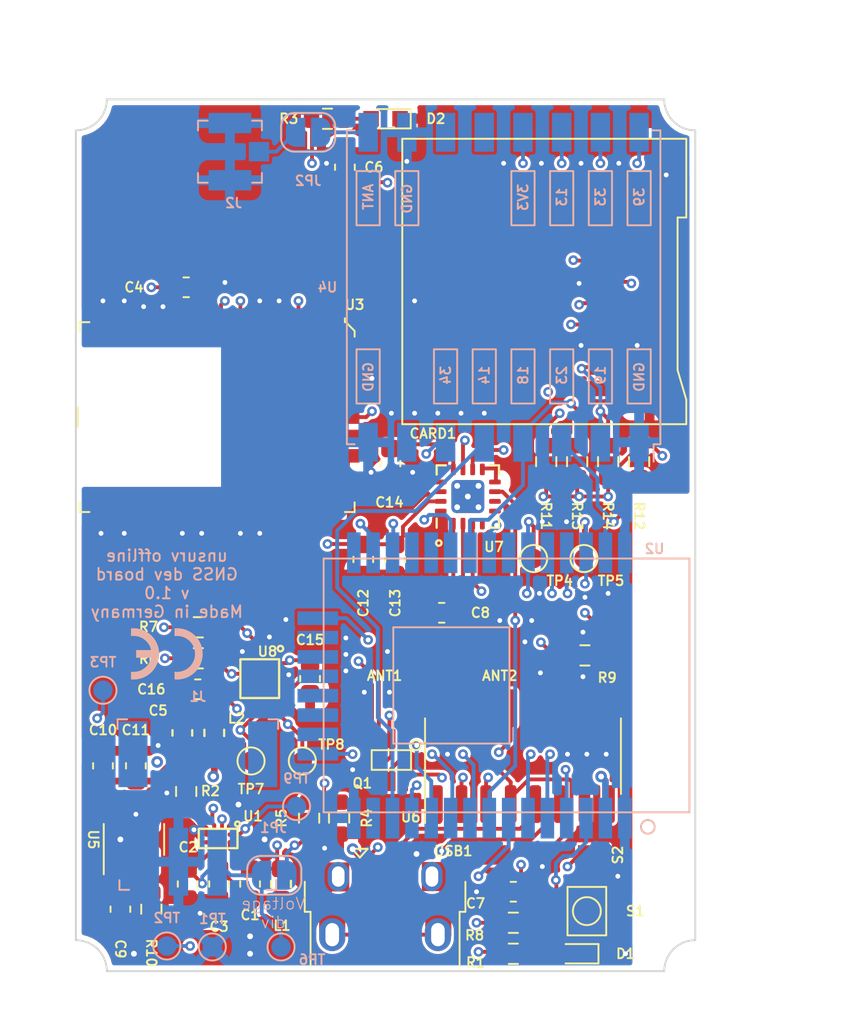
<source format=kicad_pcb>
(kicad_pcb (version 20240108) (generator "pcbnew") (generator_version "8.0")
  (layers (0 "F.Cu" power) (1 "In1.Cu" mixed "SIG_PWR1") (2 "In2.Cu" mixed "SIG_PWR2") (31 "B.Cu" power) (34 "B.Paste" user) (35 "F.Paste" user) (36 "B.SilkS" user "B.Silkscreen") (37 "F.SilkS" user "F.Silkscreen") (38 "B.Mask" user) (39 "F.Mask" user) (44 "Edge.Cuts" user))
  (net 0 "")
  (net 1 "ANT1")
  (net 2 "ANT2")
  (net 3 "+BATT")
  (net 4 "GND")
  (net 5 "+5V")
  (net 6 "RESET")
  (net 7 "+3V3")
  (net 8 "Net-(U7-VCORE)")
  (net 9 "4")
  (net 10 "23")
  (net 11 "18")
  (net 12 "19")
  (net 14 "D-")
  (net 15 "D+")
  (net 16 "RTS")
  (net 17 "DTR")
  (net 18 "0")
  (net 20 "35")
  (net 21 "SDA")
  (net 22 "SCL")
  (net 23 "27")
  (net 25 "ACC_INT1")
  (net 26 "ACC_INT2")
  (net 27 "Net-(D1-A)")
  (net 28 "13")
  (net 29 "15")
  (net 30 "5")
  (net 31 "RX0")
  (net 32 "TX0")
  (net 33 "Net-(D2-A)")
  (net 34 "Net-(JP2-B)")
  (net 35 "Net-(JP1-B)")
  (net 36 "Net-(U1-TS{slash}MR)")
  (net 37 "Net-(U3-TIMEPULSE)")
  (net 38 "Net-(U5-EN)")
  (net 39 "Net-(U6-V3)")
  (net 54 "Net-(U3-RF_IN)")
  (net 72 "39")
  (net 75 "ANT")
  (net 76 "34")
  (net 77 "14")
  (net 78 "33")
  (net 79 "32")
  (net 80 "VCC")
  (net 81 "36")
  (net 84 "+3.3V")
  (net 88 "unconnected-(USB1-Shield-Pad6)")
  (footprint "unsurv_offline_pcb_footprints:PogoPin_2_2mm_circular" (layer "F.Cu") (at 34 45.5)
    (property "Reference" "ANT1")
    (property "Value" "ANT1")
  )
  (footprint "unsurv_offline_pcb_footprints:PogoPin_2_2mm_circular" (layer "F.Cu") (at 37 45.5)
    (property "Reference" "ANT2")
    (property "Value" "ANT2")
  )
  (footprint "Capacitor_SMD:C_0603_1608Metric" (layer "F.Cu") (at 20.3 61.8 90)
    (property "Reference" "C9")
    (property "Value" "1µF")
  )
  (footprint "Capacitor_SMD:C_0603_1608Metric" (layer "F.Cu") (at 40.6 60.9 180)
    (property "Reference" "C7")
    (property "Value" "100nF")
  )
  (footprint "Capacitor_SMD:C_0603_1608Metric" (layer "F.Cu") (at 19.4 54.4 -90)
    (property "Reference" "C10")
    (property "Value" "1µF")
  )
  (footprint "Capacitor_SMD:C_0603_1608Metric" (layer "F.Cu") (at 21.1 54.4 -90)
    (property "Reference" "C11")
    (property "Value" "10µF")
  )
  (footprint "Capacitor_SMD:C_0603_1608Metric" (layer "F.Cu") (at 30.1 49.9 -90)
    (property "Reference" "C15")
    (property "Value" "100nF")
  )
  (footprint "Capacitor_SMD:C_0603_1608Metric" (layer "F.Cu") (at 36.9 46.5)
    (property "Reference" "C8")
    (property "Value" "10pF")
  )
  (footprint "Capacitor_SMD:C_0603_1608Metric" (layer "F.Cu") (at 23.7 29.7 180)
    (property "Reference" "C4")
    (property "Value" "4.7µF")
  )
  (footprint "digikey-footprints:LED_0603" (layer "F.Cu") (at 43.7 64.1 180)
    (property "Reference" "D1")
    (property "Value" "LED1")
  )
  (footprint "digikey-footprints:LED_0603" (layer "F.Cu") (at 34 21 180)
    (property "Reference" "D2")
    (property "Value" "LED2")
  )
  (footprint "Connector_USB:USB_Micro-B_Amphenol_10103594-0001LF_Horizontal" (layer "F.Cu") (at 34 62)
    (property "Reference" "USB1")
    (property "Value" "USB_B_Micro")
  )
  (footprint "unsurv_offline_pcb_footprints:UMH3N" (layer "F.Cu") (at 34.3 54.1 180)
    (property "Reference" "Q1")
    (property "Value" "UMH3N")
  )
  (footprint "Resistor_SMD:R_0603_1608Metric" (layer "F.Cu") (at 40.6 62.5)
    (property "Reference" "R8")
    (property "Value" "10k")
  )
  (footprint "Resistor_SMD:R_0603_1608Metric" (layer "F.Cu") (at 42.3 38.7 90)
    (property "Reference" "R11")
    (property "Value" "10k")
  )
  (footprint "Resistor_SMD:R_0603_1608Metric" (layer "F.Cu") (at 21.9 61.8 -90)
    (property "Reference" "R10")
    (property "Value" "100k")
  )
  (footprint "Resistor_SMD:R_0603_1608Metric" (layer "F.Cu") (at 47.1 38.7 -90)
    (property "Reference" "R12")
    (property "Value" "10k")
  )
  (footprint "Resistor_SMD:R_0603_1608Metric" (layer "F.Cu") (at 43.9 38.7 90)
    (property "Reference" "R13")
    (property "Value" "10k")
  )
  (footprint "Resistor_SMD:R_0603_1608Metric" (layer "F.Cu") (at 45.5 38.7 90)
    (property "Reference" "R14")
    (property "Value" "10k")
  )
  (footprint "Resistor_SMD:R_0603_1608Metric" (layer "F.Cu") (at 24.325 48.85)
    (property "Reference" "R6")
    (property "Value" "4.7k")
  )
  (footprint "Resistor_SMD:R_0603_1608Metric" (layer "F.Cu") (at 24.325 47.25)
    (property "Reference" "R7")
    (property "Value" "4.7k")
  )
  (footprint "Resistor_SMD:R_0603_1608Metric" (layer "F.Cu") (at 40.6 64.1)
    (property "Reference" "R1")
    (property "Value" "1k")
  )
  (footprint "Resistor_SMD:R_0603_1608Metric" (layer "F.Cu") (at 31 21)
    (property "Reference" "R3")
    (property "Value" "1k")
  )
  (footprint "Package_TO_SOT_SMD:SOT-23-5" (layer "F.Cu") (at 21 58.2 90)
    (property "Reference" "U5")
    (property "Value" "AP2112K-3.3")
  )
  (footprint "digikey-footprints:GPS_Module_CAM-M8C-0" (layer "F.Cu") (at 25.5 36.4 -90)
    (property "Reference" "U3")
    (property "Value" "CAM-M8C")
  )
  (footprint "Package_SO:SOIC-16_3.9x9.9mm_P1.27mm" (layer "F.Cu") (at 41.1 53.9 90)
    (property "Reference" "U6")
    (property "Value" "CH340G")
  )
  (footprint "Capacitor_SMD:C_0603_1608Metric" (layer "F.Cu") (at 32.85 43.75 -90)
    (property "Reference" "C12")
    (property "Value" "0.1µF")
  )
  (footprint "Capacitor_SMD:C_0603_1608Metric" (layer "F.Cu") (at 34.5 43.75 -90)
    (property "Reference" "C13")
    (property "Value" "1µF")
  )
  (footprint "Capacitor_SMD:C_0603_1608Metric" (layer "F.Cu") (at 34.25 38.8 -90)
    (property "Reference" "C14")
    (property "Value" "470nF")
  )
  (footprint "unsurv_offline_pcb_footprints:würth_SMT_3.0x2.6mm" (layer "F.Cu") (at 44.4 61.9)
    (property "Reference" "S1")
    (property "Value" "switch_würth_SMT_3.0x2.6mm")
  )
  (footprint "unsurv_offline_pcb_footprints:TF-SMD_TF-101B" (layer "F.Cu") (at 42.737 29.4 90)
    (property "Reference" "CARD1")
    (property "Value" "TF-101B")
  )
  (footprint "unsurv_offline_pcb_footprints:CHS-01TA" (layer "F.Cu") (at 39.66 59 -90)
    (property "Reference" "S2")
    (property "Value" "SW_DIP_x01")
  )
  (footprint "Capacitor_SMD:C_0603_1608Metric" (layer "F.Cu") (at 24.3 50.45 180)
    (property "Reference" "C16")
    (property "Value" "100nF")
  )
  (footprint "Capacitor_SMD:C_0603_1608Metric" (layer "F.Cu") (at 25.4 60.5 -90)
    (property "Reference" "C3")
    (property "Value" "10µF")
  )
  (footprint "TestPoint:TestPoint_Pad_D1.0mm" (layer "F.Cu") (at 29.7 54.15)
    (property "Reference" "TP8")
    (property "Value" "ACC2")
  )
  (footprint "Capacitor_SMD:C_0603_1608Metric" (layer "F.Cu") (at 23.776334 60.5 90)
    (property "Reference" "C2")
    (property "Value" "1µF")
  )
  (footprint "Resistor_SMD:R_0603_1608Metric" (layer "F.Cu") (at 44.3 48.7)
    (property "Reference" "R9")
    (property "Value" "10k")
  )
  (footprint "Resistor_SMD:R_0603_1608Metric" (layer "F.Cu") (at 31.6 57.1 -90)
    (property "Reference" "R4")
    (property "Value" "100k")
  )
  (footprint "Inductor_SMD:L_0603_1608Metric" (layer "F.Cu") (at 25.15 52.7 90)
    (property "Reference" "L2")
    (property "Value" "L_Ferrite")
  )
  (footprint "unsurv_offline_pcb_footprints:BMA400_regular" (layer "F.Cu") (at 27.5 49.9 -90)
    (property "Reference" "U8")
    (property "Value" "BMA400")
  )
  (footprint "TestPoint:TestPoint_Pad_D1.0mm" (layer "F.Cu") (at 27.05 54.15)
    (property "Reference" "TP7")
    (property "Value" "ACC1")
  )
  (footprint "Capacitor_SMD:C_0603_1608Metric" (layer "F.Cu") (at 31.9 23.5 -90)
    (property "Reference" "C6")
    (property "Value" "4.7µF")
  )
  (footprint "unsurv:BQ25180" (layer "F.Cu") (at 25.35 58.15 -90)
    (property "Reference" "U1")
    (property "Value" "BQ25180")
  )
  (footprint "Resistor_SMD:R_0603_1608Metric" (layer "F.Cu") (at 23.7 55.725 90)
    (property "Reference" "R2")
    (property "Value" "10k")
  )
  (footprint "Capacitor_SMD:C_0603_1608Metric" (layer "F.Cu") (at 27 60.5 90)
    (property "Reference" "C1")
    (property "Value" "1µF")
  )
  (footprint "unsurv_offline_pcb_footprints:RF430_3x3mm_regular" (layer "F.Cu") (at 38.25 40.5 90)
    (property "Reference" "U7")
    (property "Value" "RF430CL330HIRGTR‎")
  )
  (footprint "Inductor_SMD:L_0603_1608Metric" (layer "F.Cu") (at 28.6 60.5 -90)
    (property "Reference" "L1")
    (property "Value" "L_Ferrite")
  )
  (footprint "Capacitor_SMD:C_0603_1608Metric" (layer "F.Cu") (at 23.5 52.7 90)
    (property "Reference" "C5")
    (property "Value" "10µF")
  )
  (footprint "Resistor_SMD:R_0603_1608Metric" (layer "F.Cu") (at 30.05 57.1 90)
    (property "Reference" "R5")
    (property "Value" "100k")
  )
  (footprint "TestPoint:TestPoint_Pad_D1.0mm" (layer "F.Cu") (at 41.65 43.7)
    (property "Reference" "TP4")
    (property "Value" "SDA")
  )
  (footprint "TestPoint:TestPoint_Pad_D1.0mm" (layer "F.Cu") (at 44.25 43.7)
    (property "Reference" "TP5")
    (property "Value" "SCL")
  )
  (footprint "unsurv_offline_pcb_footprints:TTGO-Micro32-ESP32" (layer "B.Cu") (at 30.8 56.8 90)
    (property "Reference" "U2")
    (property "Value" "TTGO-Micro32-ESP32")
  )
  (footprint "digikey-footprints:PinHeader_2x1mm_P2mm_SMD_RA" (layer "B.Cu") (at 24.3 59.35 180)
    (property "Reference" "J1")
    (property "Value" "S2B-PH-SM4-TB_LF__SN_")
  )
  (footprint "TestPoint:TestPoint_Pad_D1.0mm" (layer "B.Cu") (at 19.4 50.5 180)
    (property "Reference" "TP3")
    (property "Value" "3V3")
  )
  (footprint "TestPoint:TestPoint_Pad_D1.0mm" (layer "B.Cu") (at 28.6 63.75 180)
    (property "Reference" "TP6")
    (property "Value" "BATT")
  )
  (footprint "Jumper:SolderJumper-2_P1.3mm_Open_RoundedPad1.0x1.5mm" (layer "B.Cu") (at 30 21.7 180)
    (property "Reference" "JP2")
    (property "Value" "SolderJumper_2_Open")
  )
  (footprint "digikey-footprints:Coax_Conn_U.FL" (layer "B.Cu") (at 25.96 22.7 -90)
    (property "Reference" "J2")
    (property "Value" "U_FL-R-SMT-1_10_")
  )
  (footprint "RF_Module:HOPERF_RFM9XW_SMD" (layer "B.Cu") (at 40.1 29.7 90)
    (property "Reference" "U4")
    (property "Value" "RFM95W-868S2")
  )
  (footprint "Jumper:SolderJumper-2_P1.3mm_Open_RoundedPad1.0x1.5mm" (layer "B.Cu") (at 28.25 60.05)
    (property "Reference" "JP1")
    (property "Value" "SolderJumper_2_Open")
  )
  (footprint "TestPoint:TestPoint_Pad_D1.0mm" (layer "B.Cu") (at 29.4 56.5 180)
    (property "Reference" "TP9")
    (property "Value" "TI_BATT_INT")
  )
  (footprint "TestPoint:TestPoint_Pad_D1.0mm" (layer "B.Cu") (at 25.05 63.75 180)
    (property "Reference" "TP1")
    (property "Value" "GND")
  )
  (footprint "TestPoint:TestPoint_Pad_D1.0mm" (layer "B.Cu") (at 22.7 63.7 180)
    (property "Reference" "TP2")
    (property "Value" "5V")
  )
  (gr_rect (start 40.5 23.7) (end 41.7 26.5) (stroke (width 0.1)) (fill none) (layer "B.SilkS"))
  (gr_rect (start 42.5 23.7) (end 43.7 26.5) (stroke (width 0.1)) (fill none) (layer "B.SilkS"))
  (gr_rect (start 38.5 32.9) (end 39.7 35.7) (stroke (width 0.1)) (fill none) (layer "B.SilkS"))
  (gr_rect (start 44.5 32.9) (end 45.7 35.7) (stroke (width 0.1)) (fill none) (layer "B.SilkS"))
  (gr_rect (start 46.5 32.9) (end 47.7 35.7) (stroke (width 0.1)) (fill none) (layer "B.SilkS"))
  (gr_rect (start 32.5 32.9) (end 33.7 35.7) (stroke (width 0.1)) (fill none) (layer "B.SilkS"))
  (gr_rect (start 40.5 32.9) (end 41.7 35.7) (stroke (width 0.1)) (fill none) (layer "B.SilkS"))
  (gr_rect (start 36.5 32.9) (end 37.7 35.7) (stroke (width 0.1)) (fill none) (layer "B.SilkS"))
  (gr_poly (pts (xy 23.2126 49.945625) (xy 23.196038 49.945314) (xy 23.179483 49.944796) (xy 23.162936 49.94407) (xy 23.1464 49.943138) (xy 23.129876 49.941998) (xy 23.113367 49.940651) (xy 23.096874 49.939098) (xy 23.096874 49.542223) (xy 23.113344 49.544087) (xy 23.129842 49.545656) (xy 23.146362 49.546929) (xy 23.162901 49.547907) (xy 23.179454 49.548588) (xy 23.196019 49.548973) (xy 23.212591 49.549062) (xy 23.229165 49.548854) (xy 23.290876 49.546802) (xy 23.351828 49.54071) (xy 23.411855 49.530677) (xy 23.470786 49.516799) (xy 23.528453 49.499173) (xy 23.584688 49.477898) (xy 23.639322 49.453071) (xy 23.692186 49.424788) (xy 23.743112 49.393148) (xy 23.79193 49.358247) (xy 23.838472 49.320184) (xy 23.88257 49.279055) (xy 23.924054 49.234958) (xy 23.962757 49.187991) (xy 23.998509 49.13825) (xy 24.031141 49.085833) (xy 24.060219 49.031364) (xy 24.08542 48.975532) (xy 24.106744 48.918531) (xy 24.12419 48.860556) (xy 24.13776 48.801802) (xy 24.147453 48.742463) (xy 24.153268 48.682735) (xy 24.155207 48.622812) (xy 24.153268 48.562889) (xy 24.147453 48.503161) (xy 24.13776 48.443823) (xy 24.12419 48.385069) (xy 24.106744 48.327094) (xy 24.08542 48.270093) (xy 24.060219 48.21426) (xy 24.031141 48.159791) (xy 24.015225 48.133255) (xy 23.998508 48.107375) (xy 23.981012 48.082164) (xy 23.962757 48.057634) (xy 23.943764 48.033797) (xy 23.924054 48.010666) (xy 23.903649 47.988253) (xy 23.88257 47.966569) (xy 23.860837 47.945628) (xy 23.838472 47.925441) (xy 23.815496 47.90602) (xy 23.79193 47.887377) (xy 23.767795 47.869526) (xy 23.743112 47.852477) (xy 23.717902 47.836243) (xy 23.692186 47.820837) (xy 23.665986 47.80627) (xy 23.639322 47.792554) (xy 23.612216 47.779702) (xy 23.584688 47.767727) (xy 23.556761 47.756639) (xy 23.528453 47.746451) (xy 23.499788 47.737176) (xy 23.470786 47.728826) (xy 23.441468 47.721413) (xy 23.411855 47.714948) (xy 23.381968 47.709445) (xy 23.351829 47.704914) (xy 23.321457 47.70137) (xy 23.290876 47.698823) (xy 23.260105 47.697286) (xy 23.229165 47.696771) (xy 23.212591 47.696563) (xy 23.196019 47.696651) (xy 23.179455 47.697037) (xy 23.162901 47.697718) (xy 23.146362 47.698695) (xy 23.129842 47.699969) (xy 23.113344 47.701538) (xy 23.096874 47.703402) (xy 23.096874 47.306527) (xy 23.113367 47.304974) (xy 23.129876 47.303627) (xy 23.1464 47.302487) (xy 23.162937 47.301555) (xy 23.179483 47.300829) (xy 23.196038 47.300311) (xy 23.2126 47.3) (xy 23.229165 47.299896) (xy 23.317323 47.302827) (xy 23.404399 47.31153) (xy 23.49015 47.325863) (xy 23.574338 47.345689) (xy 23.65672 47.370868) (xy 23.737056 47.401261) (xy 23.815104 47.436729) (xy 23.890624 47.477133) (xy 23.963374 47.522333) (xy 24.033115 47.572191) (xy 24.099604 47.626567) (xy 24.1626 47.685323) (xy 24.221864 47.748318) (xy 24.277153 47.815415) (xy 24.328227 47.886473) (xy 24.374845 47.961354) (xy 24.416385 48.039167) (xy 24.452386 48.118927) (xy 24.482849 48.200357) (xy 24.507773 48.283179) (xy 24.527158 48.367113) (xy 24.541005 48.451883) (xy 24.549313 48.537208) (xy 24.552082 48.622813) (xy 24.549313 48.708417) (xy 24.541005 48.793742) (xy 24.527158 48.878512) (xy 24.507773 48.962446) (xy 24.482849 49.045268) (xy 24.452386 49.126698) (xy 24.416385 49.206458) (xy 24.374845 49.284271) (xy 24.352108 49.322181) (xy 24.328227 49.359152) (xy 24.303232 49.395168) (xy 24.277153 49.43021) (xy 24.25002 49.464262) (xy 24.221864 49.497307) (xy 24.192714 49.529326) (xy 24.1626 49.560302) (xy 24.131553 49.590219) (xy 24.099603 49.619058) (xy 24.06678 49.646802) (xy 24.033114 49.673434) (xy 23.998636 49.698936) (xy 23.963374 49.723292) (xy 23.92736 49.746483) (xy 23.890624 49.768492) (xy 23.853195 49.789302) (xy 23.815104 49.808896) (xy 23.77638 49.827255) (xy 23.737055 49.844364) (xy 23.697158 49.860203) (xy 23.65672 49.874757) (xy 23.615769 49.888007) (xy 23.574338 49.899936) (xy 23.532455 49.910526) (xy 23.49015 49.919762) (xy 23.447455 49.927624) (xy 23.404398 49.934095) (xy 23.361011 49.939159) (xy 23.317323 49.942797) (xy 23.273364 49.944993) (xy 23.229165 49.945729)) (stroke (width -0.000001)) (fill solid) (layer "B.SilkS"))
  (gr_rect (start 34.5 23.7) (end 35.7 26.5) (stroke (width 0.1)) (fill none) (layer "B.SilkS"))
  (gr_poly (pts (xy 20.963641 49.945625) (xy 20.94708 49.945314) (xy 20.930525 49.944796) (xy 20.913978 49.94407) (xy 20.897442 49.943138) (xy 20.880918 49.941998) (xy 20.864409 49.940651) (xy 20.847916 49.939098) (xy 20.847916 49.542223) (xy 20.864386 49.544087) (xy 20.880884 49.545656) (xy 20.897404 49.546929) (xy 20.913943 49.547907) (xy 20.930496 49.548588) (xy 20.947061 49.548973) (xy 20.963632 49.549062) (xy 20.980207 49.548854) (xy 21.02081 49.547976) (xy 21.061028 49.545357) (xy 21.100821 49.541029) (xy 21.140147 49.535027) (xy 21.178965 49.527384) (xy 21.217234 49.518131) (xy 21.254913 49.507303) (xy 21.29196 49.494932) (xy 21.328335 49.481052) (xy 21.363997 49.465695) (xy 21.433015 49.430685) (xy 21.498686 49.390166) (xy 21.560681 49.344402) (xy 21.61867 49.293659) (xy 21.672325 49.238201) (xy 21.721317 49.178292) (xy 21.743961 49.146751) (xy 21.765316 49.114197) (xy 21.785341 49.080662) (xy 21.803995 49.046181) (xy 21.821236 49.010785) (xy 21.837023 48.974508) (xy 21.851315 48.937383) (xy 21.864072 48.899443) (xy 21.875252 48.860721) (xy 21.884814 48.82125) (xy 21.112499 48.82125) (xy 21.112499 48.424375) (xy 21.884814 48.424375) (xy 21.875252 48.384904) (xy 21.864072 48.346182) (xy 21.851316 48.308242) (xy 21.837023 48.271117) (xy 21.821236 48.23484) (xy 21.803995 48.199444) (xy 21.785341 48.164962) (xy 21.765316 48.131428) (xy 21.743961 48.098874) (xy 21.721317 48.067333) (xy 21.697424 48.036839) (xy 21.672325 48.007424) (xy 21.64606 47.979122) (xy 21.61867 47.951966) (xy 21.590197 47.925988) (xy 21.560681 47.901223) (xy 21.530164 47.877702) (xy 21.498686 47.855459) (xy 21.46629 47.834528) (xy 21.433015 47.81494) (xy 21.398904 47.79673) (xy 21.363997 47.77993) (xy 21.328335 47.764573) (xy 21.29196 47.750693) (xy 21.254913 47.738322) (xy 21.217234 47.727494) (xy 21.178965 47.718241) (xy 21.140147 47.710597) (xy 21.100821 47.704595) (xy 21.061028 47.700268) (xy 21.02081 47.697649) (xy 20.980207 47.696771) (xy 20.963632 47.696563) (xy 20.947061 47.696651) (xy 20.930496 47.697037) (xy 20.913943 47.697718) (xy 20.897404 47.698695) (xy 20.880884 47.699969) (xy 20.864386 47.701538) (xy 20.847916 47.703402) (xy 20.847916 47.306527) (xy 20.864409 47.304974) (xy 20.880918 47.303627) (xy 20.897442 47.302487) (xy 20.913978 47.301555) (xy 20.930525 47.300829) (xy 20.94708 47.300311) (xy 20.963641 47.3) (xy 20.980207 47.299896) (xy 21.068365 47.302827) (xy 21.15544 47.31153) (xy 21.241192 47.325863) (xy 21.325379 47.345689) (xy 21.407761 47.370868) (xy 21.488097 47.401261) (xy 21.566145 47.436729) (xy 21.641665 47.477133) (xy 21.714416 47.522333) (xy 21.784156 47.572191) (xy 21.850645 47.626567) (xy 21.913642 47.685323) (xy 21.972906 47.748318) (xy 22.028195 47.815415) (xy 22.079269 47.886473) (xy 22.125886 47.961354) (xy 22.167426 48.039167) (xy 22.203428 48.118927) (xy 22.23389 48.200357) (xy 22.258814 48.283179) (xy 22.2782 48.367113) (xy 22.292046 48.451883) (xy 22.300354 48.537208) (xy 22.303124 48.622813) (xy 22.300354 48.708417) (xy 22.292046 48.793742) (xy 22.2782 48.878512) (xy 22.258814 48.962446) (xy 22.23389 49.045268) (xy 22.203428 49.126698) (xy 22.167426 49.206458) (xy 22.125886 49.284271) (xy 22.103149 49.322181) (xy 22.079269 49.359152) (xy 22.054273 49.395168) (xy 22.028195 49.43021) (xy 22.001062 49.464262) (xy 21.972905 49.497307) (xy 21.943755 49.529326) (xy 21.913642 49.560302) (xy 21.882595 49.590219) (xy 21.850645 49.619058) (xy 21.817822 49.646802) (xy 21.784156 49.673434) (xy 21.749677 49.698936) (xy 21.714416 49.723292) (xy 21.678402 49.746483) (xy 21.641665 49.768492) (xy 21.604236 49.789302) (xy 21.566145 49.808896) (xy 21.527422 49.827255) (xy 21.488097 49.844364) (xy 21.4482 49.860203) (xy 21.407761 49.874757) (xy 21.366811 49.888007) (xy 21.325379 49.899936) (xy 21.283496 49.910526) (xy 21.241192 49.919762) (xy 21.198496 49.927624) (xy 21.15544 49.934095) (xy 21.112053 49.939159) (xy 21.068365 49.942797) (xy 21.024406 49.944993) (xy 20.980207 49.945729)) (stroke (width -0.000001)) (fill solid) (layer "B.SilkS"))
  (gr_rect (start 44.5 23.7) (end 45.7 26.5) (stroke (width 0.1)) (fill none) (layer "B.SilkS"))
  (gr_rect (start 42.5 32.9) (end 43.7 35.7) (stroke (width 0.1)) (fill none) (layer "B.SilkS"))
  (gr_rect (start 32.5 23.7) (end 33.7 26.5) (stroke (width 0.1)) (fill none) (layer "B.SilkS"))
  (gr_rect (start 46.5 23.7) (end 47.7 26.5) (stroke (width 0.1)) (fill none) (layer "B.SilkS"))
  (gr_line (start 50 21.6) (end 50 63.4) (stroke (width 0.1)) (layer "Edge.Cuts"))
  (gr_line (start 19.6 65) (end 48.4 65) (stroke (width 0.1)) (layer "Edge.Cuts"))
  (gr_arc (start 48.4 65) (mid 48.868629 63.868629) (end 50 63.4) (stroke (width 0.1)) (layer "Edge.Cuts"))
  (gr_line (start 18 21.6) (end 18 63.4) (stroke (width 0.1)) (layer "Edge.Cuts"))
  (gr_arc (start 19.6 20) (mid 19.131371 21.131371) (end 18 21.6) (stroke (width 0.1)) (layer "Edge.Cuts"))
  (gr_arc (start 18 63.4) (mid 19.131371 63.868629) (end 19.6 65) (stroke (width 0.1)) (layer "Edge.Cuts"))
  (gr_line (start 19.6 20) (end 48.4 20) (stroke (width 0.1)) (layer "Edge.Cuts"))
  (gr_arc (start 50 21.6) (mid 48.868629 21.131371) (end 48.4 20) (stroke (width 0.1)) (layer "Edge.Cuts"))
  (gr_text "unsurv offline\nGNSS dev board\nv 1.0\nMade in Germany" (at 22.7 45 0) (layer "B.SilkS") (effects (font (size 0.6 0.6) (thickness 0.1)) (justify mirror)))
  (gr_text "33" (at 45.4 24.5 90) (layer "B.SilkS") (effects (font (size 0.5 0.5) (thickness 0.1) (bold yes)) (justify left bottom mirror)))
  (gr_text "GND" (at 33.4 33.5 90) (layer "B.SilkS") (effects (font (size 0.5 0.5) (thickness 0.1) (bold yes)) (justify left bottom mirror)))
  (gr_text "23" (at 43.4 33.7 90) (layer "B.SilkS") (effects (font (size 0.5 0.5) (thickness 0.1) (bold yes)) (justify left bottom mirror)))
  (gr_text "ANT" (at 33.4 24.3 90) (layer "B.SilkS") (effects (font (size 0.5 0.5) (thickness 0.1) (bold yes)) (justify left bottom mirror)))
  (gr_text "GND" (at 47.4 33.5 90) (layer "B.SilkS") (effects (font (size 0.5 0.5) (thickness 0.1) (bold yes)) (justify left bottom mirror)))
  (gr_text "39" (at 47.4 24.5 90) (layer "B.SilkS") (effects (font (size 0.5 0.5) (thickness 0.1) (bold yes)) (justify left bottom mirror)))
  (gr_text "13" (at 43.4 24.5 90) (layer "B.SilkS") (effects (font (size 0.5 0.5) (thickness 0.1) (bold yes)) (justify left bottom mirror)))
  (gr_text "34" (at 37.4 33.7 90) (layer "B.SilkS") (effects (font (size 0.5 0.5) (thickness 0.1) (bold yes)) (justify left bottom mirror)))
  (gr_text "3V3\n" (at 41.4 24.3 90) (layer "B.SilkS") (effects (font (size 0.5 0.5) (thickness 0.1) (bold yes)) (justify left bottom mirror)))
  (gr_text "14" (at 39.4 33.7 90) (layer "B.SilkS") (effects (font (size 0.5 0.5) (thickness 0.1) (bold yes)) (justify left bottom mirror)))
  (gr_text "Voltage\ndiv" (at 28.2 62 0) (layer "B.SilkS") (effects (font (size 0.6 0.6) (thickness 0.06)) (justify mirror)))
  (gr_text "18" (at 41.4 33.7 90) (layer "B.SilkS") (effects (font (size 0.5 0.5) (thickness 0.1) (bold yes)) (justify left bottom mirror)))
  (gr_text "19" (at 45.4 33.7 90) (layer "B.SilkS") (effects (font (size 0.5 0.5) (thickness 0.1) (bold yes)) (justify left bottom mirror)))
  (gr_text "GND" (at 35.4 24.3 90) (layer "B.SilkS") (effects (font (size 0.5 0.5) (thickness 0.1) (bold yes)) (justify left bottom mirror)))
  (segment (start 36.1125 46.5) (end 35.7 46.9125) (width 0.2) (layer "F.Cu") (net 1))
  (segment (start 35.7 46.9125) (end 35.7 48.7) (width 0.2) (layer "F.Cu") (net 1))
  (segment (start 37.5 41.95) (end 37.5 45.1125) (width 0.2) (layer "F.Cu") (net 1))
  (segment (start 37.5 45.1125) (end 36.1125 46.5) (width 0.2) (layer "F.Cu") (net 1))
  (segment (start 38 46.1875) (end 37.6875 46.5) (width 0.2) (layer "F.Cu") (net 2))
  (segment (start 37.6875 46.5) (end 38.1 46.9125) (width 0.2) (layer "F.Cu") (net 2))
  (segment (start 38.1 46.9125) (end 38.1 48.7) (width 0.2) (layer "F.Cu") (net 2))
  (segment (start 38 41.95) (end 38 46.1875) (width 0.2) (layer "F.Cu") (net 2))
  (segment (start 24.075 59.725) (end 23.776334 59.725) (width 0.2) (layer "F.Cu") (net 3))
  (segment (start 25.15 58.65) (end 24.075 59.725) (width 0.2) (layer "F.Cu") (net 3))
  (segment (start 24.526334 60.475) (end 23.776334 59.725) (width 0.2) (layer "F.Cu") (net 3))
  (segment (start 23.776334 59.725) (end 23.776334 59.692721) (width 0.2) (layer "F.Cu") (net 3))
  (segment (start 25.15 58.35) (end 25.15 58.65) (width 0.2) (layer "F.Cu") (net 3))
  (via (at 24.526334 60.475) (size 0.5) (drill 0.25) (layers "F.Cu" "B.Cu") (net 3))
  (segment (start 24.526334 60.475) (end 24.526334 60.123666) (width 0.2) (layer "B.Cu") (net 3))
  (segment (start 24.526334 60.123666) (end 25.3 59.35) (width 0.2) (layer "B.Cu") (net 3))
  (segment (start 28.6 63.75) (end 28.6 63.022182) (width 0.2) (layer "B.Cu") (net 3))
  (segment (start 27.6 60.05) (end 26 60.05) (width 0.2) (layer "B.Cu") (net 3))
  (segment (start 27.6 62.022182) (end 27.6 60.05) (width 0.2) (layer "B.Cu") (net 3))
  (segment (start 26 60.05) (end 25.3 59.35) (width 0.2) (layer "B.Cu") (net 3))
  (segment (start 28.6 63.022182) (end 27.6 62.022182) (width 0.2) (layer "B.Cu") (net 3))
  (segment (start 24.417052 61.915718) (end 23.776334 61.275) (width 0.2) (layer "F.Cu") (net 4))
  (segment (start 39.7 39.75) (end 39.7 39.056416) (width 0.2) (layer "F.Cu") (net 4))
  (segment (start 31.575 57.925) (end 30.85 58.65) (width 0.2) (layer "F.Cu") (net 4))
  (segment (start 24.1 57.7) (end 24.1 57.866942) (width 0.2) (layer "F.Cu") (net 4))
  (segment (start 26.6 49.15) (end 26.6 48.5) (width 0.2) (layer "F.Cu") (net 4))
  (segment (start 39 39.05) (end 39.706416 39.05) (width 0.2) (layer "F.Cu") (net 4))
  (segment (start 23.7 54.9) (end 23.6 54.9) (width 0.2) (layer "F.Cu") (net 4))
  (segment (start 35.9 39.75) (end 36.8 39.75) (width 0.2) (layer "F.Cu") (net 4))
  (segment (start 23.6 54.9) (end 22.7 55.8) (width 0.2) (layer "F.Cu") (net 4))
  (segment (start 39.706416 39.05) (end 40.05 39.05) (width 0.2) (layer "F.Cu") (net 4))
  (segment (start 35.6 58.949989) (end 35.275 59.274989) (width 0.35) (layer "F.Cu") (net 4))
  (segment (start 40.05 39.05) (end 40.65 38.45) (width 0.2) (layer "F.Cu") (net 4))
  (segment (start 33.5875 39.5875) (end 34.25 39.5875) (width 0.2) (layer "F.Cu") (net 4))
  (segment (start 28.95 49.65) (end 28.4 49.65) (width 0.2) (layer "F.Cu") (net 4))
  (segment (start 39.7 39.056416) (end 39.706416 39.05) (width 0.2) (layer "F.Cu") (net 4))
  (segment (start 31.6 57.925) (end 31.575 57.925) (width 0.2) (layer "F.Cu") (net 4))
  (segment (start 40.65 38.45) (end 40.65 37.75) (width 0.2) (layer "F.Cu") (net 4))
  (segment (start 40.65 37.75) (end 39.1 36.2) (width 0.2) (layer "F.Cu") (net 4))
  (segment (start 21 58.9) (end 21 59.3) (width 0.2) (layer "F.Cu") (net 4))
  (segment (start 46.4 64.1) (end 44.45 64.1) (width 0.2) (layer "F.Cu") (net 4))
  (segment (start 33.25 39.25) (end 33.5875 39.5875) (width 0.2) (layer "F.Cu") (net 4))
  (segment (start 29 49.7) (end 28.55 50.15) (width 0.2) (layer "F.Cu") (net 4))
  (segment (start 20.3 58.2) (end 21 58.9) (width 0.2) (layer "F.Cu") (net 4))
  (segment (start 35.4 39.25) (end 35.9 39.75) (width 0.2) (layer "F.Cu") (net 4))
  (segment (start 28.55 50.15) (end 28.4 50.15) (width 0.2) (layer "F.Cu") (net 4))
  (segment (start 35.275 59.274989) (end 35.275 60.235) (width 0.35) (layer "F.Cu") (net 4))
  (segment (start 24.583058 58.35) (end 24.75 58.35) (width 0.2) (layer "F.Cu") (net 4))
  (segment (start 29 49.7) (end 28.95 49.65) (width 0.2) (layer "F.Cu") (net 4))
  (segment (start 24.1 57.866942) (end 24.583058 58.35) (width 0.2) (layer "F.Cu") (net 4))
  (segment (start 24.417052 62.009055) (end 24.417052 61.915718) (width 0.2) (layer "F.Cu") (net 4))
  (via (at 46 60.1) (size 0.5) (drill 0.25) (layers "F.Cu" "B.Cu") (net 4))
  (via (at 39.9 46.9) (size 0.5) (drill 0.25) (layers "F.Cu" "B.Cu") (net 4))
  (via (at 30.95 23.3) (size 0.5) (drill 0.25) (layers "F.Cu" "B.Cu") (net 4))
  (via (at 43.3495 41.8) (size 0.5) (drill 0.25) (layers "F.Cu" "B.Cu") (net 4))
  (via (at 22.5 30.7) (size 0.5) (drill 0.25) (layers "F.Cu" "B.Cu") (net 4))
  (via (at 45.4 53.8) (size 0.5) (drill 0.25) (layers "F.Cu" "B.Cu") (net 4))
  (via (at 25.7 29.45) (size 0.5) (drill 0.25) (layers "F.Cu" "B.Cu") (net 4))
  (via (at 26.6 48.5) (size 0.5) (drill 0.25) (layers "F.Cu" "B.Cu") (net 4))
  (via (at 48.5 23.9) (size 0.5) (drill 0.25) (layers "F.Cu" "B.Cu") (net 4))
  (via (at 19.4 30.4) (size 0.5) (drill 0.25) (layers "F.Cu" "B.Cu") (net 4))
  (via (at 22.7 55.8) (size 0.5) (drill 0.25) (layers "F.Cu" "B.Cu") (net 4))
  (via (at 44.1 32.7) (size 0.5) (drill 0.25) (layers "F.Cu" "B.Cu") (net 4))
  (via (at 27.5 30.4) (size 0.5) (drill 0.25) (layers "F.Cu" "B.Cu") (net 4))
  (via (at 35.5 36.2) (size 0.5) (drill 0.25) (layers "F.Cu" "B.Cu") (net 4))
  (via (at 31.95 49.5) (size 0.5) (drill 0.25) (layers "F.Cu" "B.Cu") (net 4))
  (via (at 20.3 58.2) (size 0.6) (drill 0.3) (layers "F.Cu" "B.Cu") (net 4))
  (via (at 32.9 50.6) (size 0.5) (drill 0.25) (layers "F.Cu" "B.Cu") (net 4))
  (via (at 20.5 30.4) (size 0.5) (drill 0.25) (layers "F.Cu" "B.Cu") (net 4))
  (via (at 42.1 59.6) (size 0.5) (drill 0.25) (layers "F.Cu" "B.Cu") (net 4))
  (via (at 34.2 50.6) (size 0.5) (drill 0.25) (layers "F.Cu" "B.Cu") (net 4))
  (via (at 27 63.2) (size 0.6) (drill 0.3) (layers "F.Cu" "B.Cu") (net 4))
  (via (at 35.5 30.4) (size 0.5) (drill 0.25) (layers "F.Cu" "B.Cu") (net 4))
  (via (at 35.1 23.2) (size 0.5) (drill 0.25) (layers "F.Cu" "B.Cu") (net 4))
  (via (at 24.1 57.7) (size 0.5) (drill 0.25) (layers "F.Cu" "B.Cu") (net 4))
  (via (at 29 49.7) (size 0.5) (drill 0.25) (layers "F.Cu" "B.Cu") (net 4))
  (via (at 21.5 30.7) (size 0.5) (drill 0.25) (layers "F.Cu" "B.Cu") (net 4))
  (via (at 42.1 41.8) (size 0.5) (drill 0.25) (layers "F.Cu" "B.Cu") (net 4))
  (via (at 41.95 45.5) (size 0.5) (drill 0.25) (layers "F.Cu" "B.Cu") (net 4))
  (via (at 28.5 30.4) (size 0.5) (drill 0.25) (layers "F.Cu" "B.Cu") (net 4))
  (via (at 28.85 46.85) (size 0.5) (drill 0.25) (layers "F.Cu" "B.Cu") (net 4))
  (via (at 26.4 56.4) (size 0.6) (drill 0.3) (layers "F.Cu" "B.Cu") (net 4))
  (via (at 23.5 42.4) (size 0.5) (drill 0.25) (layers "F.Cu" "B.Cu") (net 4))
  (via (at 33.3 34.4) (size 0.5) (drill 0.25) (layers "F.Cu" "B.Cu") (net 4))
  (via (at 39.1 36.2) (size 0.5) (drill 0.25) (layers "F.Cu" "B.Cu") (net 4))
  (via (at 37.9 36.2) (size 0.5) (drill 0.25) (layers "F.Cu" "B.Cu") (net 4))
  (via (at 32.3 54.6) (size 0.5) (drill 0.25) (layers "F.Cu" "B.Cu") (net 4))
  (via (at 40.1 23.3) (size 0.5) (drill 0.25) (layers "F.Cu" "B.Cu") (net 4))
  (via (at 27 64.1) (size 0.6) (drill 0.3) (layers "F.Cu" "B.Cu") (net 4))
  (via (at 38.7 60.9) (size 0.5) (drill 0.25) (layers "F.Cu" "B.Cu") (net 4))
  (via (at 44 29.5) (size 0.5) (drill 0.25) (layers "F.Cu" "B.Cu") (net 4))
  (via (at 27.5 42.4) (size 0.5) (drill 0.25) (layers "F.Cu" "B.Cu") (net 4))
  (via (at 27.75 58.199011) (size 0.6) (drill 0.3) (layers "F.Cu" "B.Cu") (net 4))
  (via (at 44.1 23.3) (size 0.5) (drill 0.25) (layers "F.Cu" "B.Cu") (net 4))
  (via (at 35.4 39.25) (size 0.5) (drill 0.25) (layers "F.Cu" "B.Cu") (net 4))
  (via (at 44.2 49.8) (size 0.5) (drill 0.25) (layers "F.Cu" "B.Cu") (net 4))
  (via (at 19.3 42.4) (size 0.5) (drill 0.25) (layers "F.Cu" "B.Cu") (net 4))
  (via (at 35.6 58.949989) (size 0.6) (drill 0.3) (layers "F.Cu" "B.Cu") (net 4))
  (via (at 47 32.7) (size 0.5) (drill 0.25) (layers "F.Cu" "B.Cu") (net 4))
  (via (at 21 64.1) (size 0.6) (drill 0.3) (layers "F.Cu" "B.Cu") (net 4))
  (via (at 28 47.75) (size 0.5) (drill 0.25) (layers "F.Cu" "B.Cu") (net 4))
  (via (at 41.55 46.9) (size 0.5) (drill 0.25) (layers "F.Cu" "B.Cu") (net 4))
  (via (at 42 49.6) (size 0.5) (drill 0.25) (layers "F.Cu" "B.Cu") (net 4))
  (via (at 24.417052 62.009055) (size 0.5) (drill 0.25) (layers "F.Cu" "B.Cu") (net 4))
  (via (at 44.3 45.7) (size 0.5) (drill 0.25) (layers "F.Cu" "B.Cu") (net 4))
  (via (at 22.25 53.35) (size 0.5) (drill 0.25) (layers "F.Cu" "B.Cu") (net 4))
  (via (at 44.4 53.8) (size 0.5) (drill 0.25) (layers "F.Cu" "B.Cu") (net 4))
  (via (at 31.95 47.8) (size 0.5) (drill 0.25) (layers "F.Cu" "B.Cu") (net 4))
  (via (at 37.2 53.8) (size 0.5) (drill 0.25) (layers "F.Cu" "B.Cu") (net 4))
  (via (at 46.4 64.1) (size 0.5) (drill 0.25) (layers "F.Cu" "B.Cu") (net 4))
  (via (at 24.5 42.4) (size 0.5) (drill 0.25) (layers "F.Cu" "B.Cu") (net 4))
  (via (at 45.5 45.5) (size 0.5) (drill 0.25) (layers "F.Cu" "B.Cu") (net 4))
  (via (at 44.2 47.5) (size 0.5) (drill 0.25) (layers "F.Cu" "B.Cu") (net 4))
  (via (at 34.1 48.5) (size 0.5) (drill 0.25) (layers "F.Cu" "B.Cu") (net 4))
  (via (at 31.95 48.65) (size 0.5) (drill 0.25) (layers "F.Cu" "B.Cu") (net 4))
  (via (at 34.3 36.2) (size 0.5) (drill 0.25) (layers "F.Cu" "B.Cu") (net 4))
  (via (at 41.2 48) (size 0.5) (drill 0.25) (layers "F.Cu" "B.Cu") (net 4))
  (via (at 26.5 42.4) (size 0.5) (drill 0.25) (layers "F.Cu" "B.Cu") (net 4))
  (via (at 33.25 39.25) (size 0.5) (drill 0.25) (layers "F.Cu" "B.Cu") (net 4))
  (via (at 43.4 53.8) (size 0.5) (drill 0.25) (layers "F.Cu" "B.Cu") (net 4))
  (via (at 30.85 58.65) (size 0.5) (drill 0.25) (layers "F.Cu" "B.Cu") (net 4))
  (via (at 36.7 36.2) (size 0.5) (drill 0.25) (layers "F.Cu" "B.Cu") (net 4))
  (via (at 21.1 56.9) (size 0.5) (drill 0.25) (layers "F.Cu" "B.Cu") (net 4))
  (via (at 20.5 42.4) (size 0.5) (drill 0.25) (layers "F.Cu" "B.Cu") (net 4))
  (via (at 46.05 23.3) (size 0.5) (drill 0.25) (layers "F.Cu" "B.Cu") (net 4))
  (via (at 42.05 23.3) (size 0.5) (drill 0.25) (layers "F.Cu" "B.Cu") (net 4))
  (segment (start 24.417052 62.009055) (end 24.417052 63.117052) (width 0.2) (layer "B.Cu") (net 4))
  (segment (start 24.417052 63.117052) (end 25.05 63.75) (width 0.2) (layer "B.Cu") (net 4))
  (segment (start 32.675 59.075) (end 32.675 60.235) (width 0.35) (layer "F.Cu") (net 5))
  (segment (start 28.6 59.7125) (end 27.0125 59.7125) (width 0.2) (layer "F.Cu") (net 5))
  (segment (start 25.95 58.675) (end 27 59.725) (width 0.2) (layer "F.Cu") (net 5))
  (segment (start 28.4 59.5125) (end 28.6 59.7125) (width 0.2) (layer "F.Cu") (net 5))
  (segment (start 27.175 59.725) (end 27 59.725) (width 0.2) (layer "F.Cu") (net 5))
  (segment (start 28.4 58.5) (end 28.4 59.5125) (width 0.2) (layer "F.Cu") (net 5))
  (segment (start 32.3 58.7) (end 32.675 59.075) (width 0.35) (layer "F.Cu") (net 5))
  (segment (start 27.0125 59.7125) (end 27 59.725) (width 0.2) (layer "F.Cu") (net 5))
  (segment (start 25.95 58.35) (end 25.95 58.675) (width 0.2) (layer "F.Cu") (net 5))
  (via (at 23.9 63.7) (size 0.5) (drill 0.25) (layers "F.Cu" "B.Cu") (net 5))
  (via (at 28.4 58.5) (size 0.5) (drill 0.25) (layers "F.Cu" "B.Cu") (net 5))
  (via (at 32.3 58.7) (size 0.6) (drill 0.3) (layers "F.Cu" "B.Cu") (net 5))
  (segment (start 23.9 63.7) (end 22.7 63.7) (width 0.2) (layer "B.Cu") (net 5))
  (segment (start 36.756643 54.850489) (end 35.304511 54.850489) (width 0.2) (layer "F.Cu") (net 6))
  (segment (start 42.8 61.025) (end 42.825 61.05) (width 0.2) (layer "F.Cu") (net 6))
  (segment (start 41 59.5) (end 41 60.5125) (width 0.2) (layer "F.Cu") (net 6))
  (segment (start 42.825 60.325) (end 42.8 60.3) (width 0.2) (layer "F.Cu") (net 6))
  (segment (start 42.825 61.05) (end 42.825 60.325) (width 0.2) (layer "F.Cu") (net 6))
  (segment (start 36.918504 55.01235) (end 36.756643 54.850489) (width 0.2) (layer "F.Cu") (net 6))
  (segment (start 41.3875 60.9) (end 41.3875 62.5) (width 0.2) (layer "F.Cu") (net 6))
  (segment (start 41 60.5125) (end 41.3875 60.9) (width 0.2) (layer "F.Cu") (net 6))
  (segment (start 42.675 60.9) (end 42.825 61.05) (width 0.2) (layer "F.Cu") (net 6))
  (segment (start 41.3875 60.9) (end 42.675 60.9) (width 0.2) (layer "F.Cu") (net 6))
  (segment (start 35.304511 54.850489) (end 34.95 55.205) (width 0.2) (layer "F.Cu") (net 6))
  (via (at 36.918504 55.01235) (size 0.5) (drill 0.25) (layers "F.Cu" "B.Cu") (net 6))
  (via (at 41 59.5) (size 0.5) (drill 0.25) (layers "F.Cu" "B.Cu") (net 6))
  (via (at 42.8 60.3) (size 0.5) (drill 0.25) (layers "F.Cu" "B.Cu") (net 6))
  (segment (start 42.8 59.422873) (end 43.172384 59.050489) (width 0.2) (layer "B.Cu") (net 6))
  (segment (start 43.659511 59.050489) (end 44.36 58.35) (width 0.2) (layer "B.Cu") (net 6))
  (segment (start 44.36 58.35) (end 44.36 57.1) (width 0.2) (layer "B.Cu") (net 6))
  (segment (start 42.8 60.3) (end 42.8 59.422873) (width 0.2) (layer "B.Cu") (net 6))
  (segment (start 43.172384 59.050489) (end 43.659511 59.050489) (width 0.2) (layer "B.Cu") (net 6))
  (segment (start 23.5 30.2875) (end 23.5 32) (width 0.25) (layer "F.Cu") (net 7))
  (segment (start 42.15 40.5) (end 44 40.5) (width 0.2) (layer "F.Cu") (net 7))
  (segment (start 26.325 51.45) (end 25.325 50.45) (width 0.2) (layer "F.Cu") (net 7))
  (segment (start 36.2 40.75) (end 36.8 40.75) (width 0.2) (layer "F.Cu") (net 7))
  (segment (start 20.05 55.8375) (end 19.4 55.1875) (width 0.35) (layer "F.Cu") (net 7))
  (segment (start 44 40.5) (end 45.5 40.5) (width 0.2) (layer "F.Cu") (net 7))
  (segment (start 43.4 59.6) (end 44 59) (width 0.2) (layer "F.Cu") (net 7))
  (segment (start 32.8375 42.95) (end 32.85 42.9625) (width 0.2) (layer "F.Cu") (net 7))
  (segment (start 22.55 47.25) (end 23.5 47.25) (width 0.2) (layer "F.Cu") (net 7))
  (segment (start 31.5 32) (end 31.5 30.5) (width 0.2) (layer "F.Cu") (net 7))
  (segment (start 22.9125 29.7) (end 21.9 29.7) (width 0.2) (layer "F.Cu") (net 7))
  (segment (start 23.5 53.475) (end 23.5125 53.4875) (width 0.35) (layer "F.Cu") (net 7))
  (segment (start 45.5 39.4875) (end 45.5 40.5) (width 0.2) (layer "F.Cu") (net 7))
  (segment (start 25.15 53.4875) (end 25.15 54.9) (width 0.35) (layer "F.Cu") (net 7))
  (segment (start 42.025 48.025) (end 42.7 48.7) (width 0.2) (layer "F.Cu") (net 7))
  (segment (start 19.4 55.1875) (end 22.0125 55.1875) (width 0.35) (layer "F.Cu") (net 7))
  (segment (start 43.9 40.4) (end 44 40.5) (width 0.2) (layer "F.Cu") (net 7))
  (segment (start 31.5 30.5) (end 29.92548 28.92548) (width 0.2) (layer "F.Cu") (net 7))
  (segment (start 38.7 62.5) (end 39.8125 62.5) (width 0.2) (layer "F.Cu") (net 7))
  (segment (start 25.325 50.45) (end 25.075 50.45) (width 0.2) (layer "F.Cu") (net 7))
  (segment (start 22.6 48.85) (end 23.5 48.85) (width 0.2) (layer "F.Cu") (net 7))
  (segment (start 23.5 32) (end 24.5 32) (width 0.25) (layer "F.Cu") (net 7))
  (segment (start 29.9375 48.95) (end 30.1 49.1125) (width 0.2) (layer "F.Cu") (net 7))
  (segment (start 20.05 57.1) (end 20.05 55.8375) (width 0.35) (layer "F.Cu") (net 7))
  (segment (start 28.45 49.1) (end 28.4 49.15) (width 0.2) (layer "F.Cu") (net 7))
  (segment (start 22.9125 29.7) (end 23.5 30.2875) (width 0.25) (layer "F.Cu") (net 7))
  (segment (start 23.68702 28.92548) (end 22.9125 29.7) (width 0.2) (layer "F.Cu") (net 7))
  (segment (start 34.899511 42.050489) (end 36.2 40.75) (width 0.2) (layer "F.Cu") (net 7))
  (segment (start 23.5125 53.4875) (end 25.15 53.4875) (width 0.35) (layer "F.Cu") (net 7))
  (segment (start 23.5 53.7) (end 23.5 53.475) (width 0.35) (layer "F.Cu") (net 7))
  (segment (start 34.899511 42.562989) (end 34.899511 42.050489) (width 0.2) (layer "F.Cu") (net 7))
  (segment (start 29.05 48.95) (end 28.9 49.1) (width 0.2) (layer "F.Cu") (net 7))
  (segment (start 29.05 48.95) (end 29.9375 48.95) (width 0.2) (layer "F.Cu") (net 7))
  (segment (start 28.9 49.1) (end 28.45 49.1) (width 0.2) (layer "F.Cu") (net 7))
  (segment (start 25.86 50.45) (end 25.075 50.45) (width 0.2) (layer "F.Cu") (net 7))
  (segment (start 42.7 48.7) (end 43.475 48.7) (width 0.2) (layer "F.Cu") (net 7))
  (segment (start 30.1 49.1125) (end 30.1 49.479556) (width 0.2) (layer "F.Cu") (net 7))
  (segment (start 29.92548 28.92548) (end 23.68702 28.92548) (width 0.2) (layer "F.Cu") (net 7))
  (segment (start 30.1 49.479556) (end 28.929556 50.65) (width 0.2) (layer "F.Cu") (net 7))
  (segment (start 32.85 42.9625) (end 34.5 42.9625) (width 0.2) (layer "F.Cu") (net 7))
  (segment (start 25.15 54.9) (end 25.1 54.95) (width 0.35) (layer "F.Cu") (net 7))
  (segment (start 45.532 30.52) (end 44.08 30.52) (width 0.2) (layer "F.Cu") (net 7))
  (segment (start 43.9 39.4875) (end 43.9 40.4) (width 0.2) (layer "F.Cu") (net 7))
  (segment (start 45.525 39.4875) (end 47.1 37.9125) (width 0.2) (layer "F.Cu") (net 7))
  (segment (start 47.1 37.9125) (end 47.8125 37.9125) (width 0.2) (layer "F.Cu") (net 7))
  (segment (start 44.08 30.52) (end 44 30.6) (width 0.2) (layer "F.Cu") (net 7))
  (segment (start 34.5 42.9625) (end 34.899511 42.562989) (width 0.2) (layer "F.Cu") (net 7))
  (segment (start 26.6 50.15) (end 26.16 50.15) (width 0.2) (layer "F.Cu") (net 7))
  (segment (start 22.0125 55.1875) (end 23.5 53.7) (width 0.35) (layer "F.Cu") (net 7))
  (segment (start 44 59) (end 44.74 59) (width 0.2) (layer "F.Cu") (net 7))
  (segment (start 42.15 40.5) (end 42.3 40.35) (width 0.2) (layer "F.Cu") (net 7))
  (segment (start 31 42.95) (end 32.8375 42.95) (width 0.2) (layer "F.Cu") (net 7))
  (segment (start 47.8125 37.9125) (end 48.3 38.4) (width 0.2) (layer "F.Cu") (net 7))
  (segment (start 28.929556 50.65) (end 28.4 50.65) (width 0.2) (layer "F.Cu") (net 7))
  (segment (start 26.16 50.15) (end 25.86 50.45) (width 0.2) (layer "F.Cu") (net 7))
  (segment (start 45.5 39.4875) (end 45.525 39.4875) (width 0.2) (layer "F.Cu") (net 7))
  (segment (start 42.3 40.35) (end 42.3 39.4875) (width 0.2) (layer "F.Cu") (net 7))
  (via (at 25.1 54.95) (size 0.6) (drill 0.3) (layers "F.Cu" "B.Cu") (net 7))
  (via (at 29.05 48.95) (size 0.5) (drill 0.25) (layers "F.Cu" "B.Cu") (net 7))
  (via (at 22.2 54.2) (size 0.6) (drill 0.3) (layers "F.Cu" "B.Cu") (net 7))
  (via (at 19.1 51.95) (size 0.5) (drill 0.25) (layers "F.Cu" "B.Cu") (net 7))
  (via (at 44 40.5) (size 0.5) (drill 0.25) (layers "F.Cu" "B.Cu") (net 7))
  (via (at 42.15 40.5) (size 0.5) (drill 0.25) (layers "F.Cu" "B.Cu") (net 7))
  (via (at 31 42.95) (size 0.5) (drill 0.25) (layers "F.Cu" "B.Cu") (net 7))
  (via (at 22.6 48.85) (size 0.5) (drill 0.25) (layers "F.Cu" "B.Cu") (net 7))
  (via (at 22.55 47.25) (size 0.5) (drill 0.25) (layers "F.Cu" "B.Cu") (net 7))
  (via (at 38.7 62.5) (size 0.5) (drill 0.25) (layers "F.Cu" "B.Cu") (net 7))
  (via (at 42.025 48.025) (size 0.5) (drill 0.25) (layers "F.Cu" "B.Cu") (net 7))
  (via (at 43.4 59.6) (size 0.5) (drill 0.25) (layers "F.Cu" "B.Cu") (net 7))
  (via (at 45.5 40.5) (size 0.5) (drill 0.25) (layers "F.Cu" "B.Cu") (net 7))
  (via (at 21.9 29.7) (size 0.5) (drill 0.25) (layers "F.Cu" "B.Cu") (net 7))
  (via (at 48.3 38.4) (size 0.5) (drill 0.25) (layers "F.Cu" "B.Cu") (net 7))
  (via (at 44 30.6) (size 0.5) (drill 0.25) (layers "F.Cu" "B.Cu") (net 7))
  (via (at 26.325 51.45) (size 0.5) (drill 0.25) (layers "F.Cu" "B.Cu") (net 7))
  (via (at 45.136754 54.954047) (size 0.6) (drill 0.3) (layers "F.Cu" "B.Cu") (net 7))
  (segment (start 45.36 57.1) (end 45.36 55.177293) (width 0.35) (layer "B.Cu") (net 7))
  (segment (start 19.4 51.65) (end 19.4 50.5) (width 0.2) (layer "B.Cu") (net 7))
  (segment (start 19.1 51.95) (end 19.4 51.65) (width 0.2) (layer "B.Cu") (net 7))
  (segment (start 45.36 55.177293) (end 45.136754 54.954047) (width 0.35) (layer "B.Cu") (net 7))
  (segment (start 37.5 39.05) (end 37.5 38.05) (width 0.2) (layer "F.Cu") (net 8))
  (segment (start 37.250489 37.800489) (end 34.462011 37.800489) (width 0.2) (layer "F.Cu") (net 8))
  (segment (start 37.5 38.05) (end 37.250489 37.800489) (width 0.2) (layer "F.Cu") (net 8))
  (segment (start 34.462011 37.800489) (end 34.25 38.0125) (width 0.2) (layer "F.Cu") (net 8))
  (segment (start 42.3 36.9) (end 43 36.2) (width 0.2) (layer "F.Cu") (net 9))
  (segment (start 43.72 28.32) (end 43.7 28.3) (width 0.2) (layer "F.Cu") (net 9))
  (segment (start 42.3 37.9125) (end 42.3 36.9) (width 0.2) (layer "F.Cu") (net 9))
  (segment (start 45.182 28.32) (end 43.72 28.32) (width 0.2) (layer "F.Cu") (net 9))
  (via (at 43.7 28.3) (size 0.5) (drill 0.25) (layers "F.Cu" "B.Cu") (net 9))
  (via (at 43 36.2) (size 0.5) (drill 0.25) (layers "F.Cu" "B.Cu") (net 9))
  (via (at 34.4 41.9) (size 0.5) (drill 0.25) (layers "F.Cu" "B.Cu") (net 9))
  (segment (start 34.4 43.36) (end 34.36 43.4) (width 0.2) (layer "B.Cu") (net 9))
  (segment (start 34.4 41.9) (end 34.4 43.36) (width 0.2) (layer "B.Cu") (net 9))
  (segment (start 46.2 39.995444) (end 46.2 41.4) (width 0.2) (layer "F.Cu") (net 10))
  (segment (start 46.707944 39.4875) (end 46.2 39.995444) (width 0.2) (layer "F.Cu") (net 10))
  (segment (start 45.282 29.42) (end 46.62 29.42) (width 0.2) (layer "F.Cu") (net 10))
  (segment (start 47.1 39.4875) (end 46.707944 39.4875) (width 0.2) (layer "F.Cu") (net 10))
  (segment (start 46.62 29.42) (end 46.7 29.5) (width 0.2) (layer "F.Cu") (net 10))
  (segment (start 46.2 41.4) (end 45.8 41.8) (width 0.2) (layer "F.Cu") (net 10))
  (via (at 45.8 41.8) (size 0.5) (drill 0.25) (layers "F.Cu" "B.Cu") (net 10))
  (via (at 46.7 29.5) (size 0.5) (drill 0.25) (layers "F.Cu" "B.Cu") (net 10))
  (segment (start 44.950489 39.550489) (end 44.950489 40.950489) (width 0.2) (layer "B.Cu") (net 10))
  (segment (start 43.1 37.7) (end 44.950489 39.550489) (width 0.2) (layer "B.Cu") (net 10))
  (segment (start 45.36 43.4) (end 45.36 42.24) (width 0.2) (layer "B.Cu") (net 10))
  (segment (start 45.36 42.24) (end 45.8 41.8) (width 0.2) (layer "B.Cu") (net 10))
  (segment (start 44.950489 40.950489) (end 45.8 41.8) (width 0.2) (layer "B.Cu") (net 10))
  (segment (start 43.9 36.02) (end 43.58 35.7) (width 0.2) (layer "F.Cu") (net 11))
  (segment (start 45.282 31.62) (end 43.58 31.62) (width 0.2) (layer "F.Cu") (net 11))
  (segment (start 43.9 37.9125) (end 43.9 36.02) (width 0.2) (layer "F.Cu") (net 11))
  (via (at 43.58 35.7) (size 0.5) (drill 0.25) (layers "F.Cu" "B.Cu") (net 11))
  (via (at 43.58 31.62) (size 0.5) (drill 0.25) (layers "F.Cu" "B.Cu") (net 11))
  (segment (start 41.1 37.2) (end 42.649511 35.650489) (width 0.2) (layer "B.Cu") (net 11))
  (segment (start 42.649511 35.650489) (end 43.530489 35.650489) (width 0.2) (layer "B.Cu") (net 11))
  (segment (start 38.36 41.74) (end 38.4 41.7) (width 0.2) (layer "B.Cu") (net 11))
  (segment (start 43.530489 35.650489) (end 43.58 35.7) (width 0.2) (layer "B.Cu") (net 11))
  (segment (start 38.4 41.7) (end 39.310057 41.7) (width 0.2) (layer "B.Cu") (net 11))
  (segment (start 39.310057 41.7) (end 41.1 39.910057) (width 0.2) (layer "B.Cu") (net 11))
  (segment (start 38.36 43.4) (end 38.36 41.74) (width 0.2) (layer "B.Cu") (net 11))
  (segment (start 41.1 39.910057) (end 41.1 37.7) (width 0.2) (layer "B.Cu") (net 11))
  (segment (start 41.1 37.7) (end 41.1 37.2) (width 0.2) (layer "B.Cu") (net 11))
  (segment (start 44.2095 33.82) (end 44.1295 33.9) (width 0.2) (layer "F.Cu") (net 12))
  (segment (start 45.282 33.82) (end 44.2095 33.82) (width 0.2) (layer "F.Cu") (net 12))
  (segment (start 45.5 37.9125) (end 45.5 36.5) (width 0.2) (layer "F.Cu") (net 12))
  (segment (start 45.5 36.5) (end 45.1 36.1) (width 0.2) (layer "F.Cu") (net 12))
  (via (at 39.733237 41.983236) (size 0.5) (drill 0.25) (layers "F.Cu" "B.Cu") (net 12))
  (via (at 45.1 36.1) (size 0.5) (drill 0.25) (layers "F.Cu" "B.Cu") (net 12))
  (via (at 44.1295 33.9) (size 0.5) (drill 0.25) (layers "F.Cu" "B.Cu") (net 12))
  (segment (start 45.1 37.7) (end 45.1 34.8705) (width 0.2) (layer "B.Cu") (net 12))
  (segment (start 45.1 34.8705) (end 44.1295 33.9) (width 0.2) (layer "B.Cu") (net 12))
  (segment (start 39.733237 41.983236) (end 39.36 42.356473) (width 0.2) (layer "B.Cu") (net 12))
  (segment (start 39.36 42.356473) (end 39.36 43.4) (width 0.2) (layer "B.Cu") (net 12))
  (segment (start 43.005 56.375) (end 43.005 56.715717) (width 0.2) (layer "F.Cu") (net 14))
  (segment (start 37.499511 58.200489) (end 36.9 58.8) (width 0.2) (layer "F.Cu") (net 14))
  (segment (start 33.325 58.875) (end 33.325 60.235) (width 0.2) (layer "F.Cu") (net 14))
  (segment (start 43.005 56.715717) (end 41.520228 58.200489) (width 0.2) (layer "F.Cu") (net 14))
  (segment (start 41.520228 58.200489) (end 37.499511 58.200489) (width 0.2) (layer "F.Cu") (net 14))
  (segment (start 33.6 58.6) (end 33.325 58.875) (width 0.2) (layer "F.Cu") (net 14))
  (via (at 33.6 58.6) (size 0.5) (drill 0.25) (layers "F.Cu" "B.Cu") (net 14))
  (via (at 36.9 58.8) (size 0.5) (drill 0.25) (layers "F.Cu" "B.Cu") (net 14))
  (segment (start 40.95048 57.64952) (end 41.735 56.865) (width 0.2) (layer "F.Cu") (net 15))
  (segment (start 35.63548 57.64952) (end 40.95048 57.64952) (width 0.2) (layer "F.Cu") (net 15))
  (segment (start 33.975 59.31) (end 35.63548 57.64952) (width 0.2) (layer "F.Cu") (net 15))
  (segment (start 33.975 60.235) (end 33.975 59.31) (width 0.2) (layer "F.Cu") (net 15))
  (segment (start 41.735 56.865) (end 41.735 56.375) (width 0.2) (layer "F.Cu") (net 15))
  (segment (start 34.3 54.545978) (end 34.3 55.205) (width 0.2) (layer "F.Cu") (net 16))
  (segment (start 36.24952 50.15048) (end 34.95 51.45) (width 0.2) (layer "F.Cu") (net 16))
  (segment (start 39.195 51.425) (end 39.195 50.614813) (width 0.2) (layer "F.Cu") (net 16))
  (segment (start 39.195 50.614813) (end 38.730667 50.15048) (width 0.2) (layer "F.Cu") (net 16))
  (segment (start 38.730667 50.15048) (end 36.24952 50.15048) (width 0.2) (layer "F.Cu") (net 16))
  (segment (start 34.95 52.995) (end 34.95 53.895978) (width 0.2) (layer "F.Cu") (net 16))
  (segment (start 34.95 53.895978) (end 34.3 54.545978) (width 0.2) (layer "F.Cu") (net 16))
  (segment (start 34.95 51.45) (end 34.95 52.995) (width 0.2) (layer "F.Cu") (net 16))
  (segment (start 34.3 53.895978) (end 33.65 54.545978) (width 0.2) (layer "F.Cu") (net 17))
  (segment (start 33.65 54.545978) (end 33.65 55.205) (width 0.2) (layer "F.Cu") (net 17))
  (segment (start 34.3 52.995) (end 34.3 53.895978) (width 0.2) (layer "F.Cu") (net 17))
  (segment (start 39.85 53.7) (end 40.465 53.085) (width 0.2) (layer "F.Cu") (net 17))
  (segment (start 40.465 53.085) (end 40.465 51.425) (width 0.2) (layer "F.Cu") (net 17))
  (segment (start 34.2 51.8) (end 34.2 52.895) (width 0.2) (layer "F.Cu") (net 17))
  (segment (start 34.2 52.895) (end 34.3 52.995) (width 0.2) (layer "F.Cu") (net 17))
  (via (at 39.85 53.7) (size 0.5) (drill 0.25) (layers "F.Cu" "B.Cu") (net 17))
  (via (at 34.2 51.8) (size 0.5) (drill 0.25) (layers "F.Cu" "B.Cu") (net 17))
  (segment (start 32.6 49) (end 33.65 50.05) (width 0.2) (layer "F.Cu") (net 18))
  (segment (start 33.65 50.05) (end 33.65 52.995) (width 0.2) (layer "F.Cu") (net 18))
  (via (at 32.6 49) (size 0.5) (drill 0.25) (layers "F.Cu" "B.Cu") (net 18))
  (via (at 32.7 41.9) (size 0.5) (drill 0.25) (layers "F.Cu" "B.Cu") (net 18))
  (segment (start 33.36 42.56) (end 33.36 43.4) (width 0.2) (layer "B.Cu") (net 18))
  (segment (start 32.7 41.9) (end 33.36 42.56) (width 0.2) (layer "B.Cu") (net 18))
  (segment (start 30.825 56.275) (end 30.825 55.325) (width 0.2) (layer "F.Cu") (net 20))
  (segment (start 30.825 55.325) (end 30.85 55.3) (width 0.2) (layer "F.Cu") (net 20))
  (segment (start 30.05 56.275) (end 30.825 56.275) (width 0.2) (layer "F.Cu") (net 20))
  (segment (start 30.825 56.275) (end 31.6 56.275) (width 0.2) (layer "F.Cu") (net 20))
  (via (at 38.8 60.1) (size 0.5) (drill 0.25) (layers "F.Cu" "B.Cu") (net 20))
  (via (at 30.85 55.3) (size 0.5) (drill 0.25) (layers "F.Cu" "B.Cu") (net 20))
  (segment (start 40.36 58.54) (end 38.8 60.1) (width 0.2) (layer "B.Cu") (net 20))
  (segment (start 40.36 57.1) (end 40.36 58.54) (width 0.2) (layer "B.Cu") (net 20))
  (segment (start 41.65 42.05) (end 41.4 41.8) (width 0.2) (layer "F.Cu") (net 21))
  (segment (start 29.5 30.4) (end 29.5 32) (width 0.2) (layer "F.Cu") (net 21))
  (segment (start 25.05 57.357118) (end 25.05 56.65) (width 0.2) (layer "F.Cu") (net 21))
  (segment (start 38 37.699503) (end 38.1 37.599503) (width 0.2) (layer "F.Cu") (net 21))
  (segment (start 25.05 56.65) (end 25.1 56.6) (width 0.2) (layer "F.Cu") (net 21))
  (segment (start 25.15 57.95) (end 25.15 57.457118) (width 0.2) (layer "F.Cu") (net 21))
  (segment (start 25.95 49.65) (end 25.15 48.85) (width 0.2) (layer "F.Cu") (net 21))
  (segment (start 25.15 57.457118) (end 25.05 57.357118) (width 0.2) (layer "F.Cu") (net 21))
  (segment (start 26.6 49.65) (end 25.95 49.65) (width 0.2) (layer "F.Cu") (net 21))
  (segment (start 41.65 43.7) (end 41.65 42.05) (width 0.2) (layer "F.Cu") (net 21))
  (segment (start 38 39.05) (end 38 37.699503) (width 0.2) (layer "F.Cu") (net 21))
  (via (at 38.1 37.6) (size 0.5) (drill 0.25) (layers "F.Cu" "B.Cu") (net 21))
  (via (at 29.5 30.4) (size 0.5) (drill 0.25) (layers "F.Cu" "B.Cu") (net 21))
  (via (at 25.1 56.6) (size 0.5) (drill 0.25) (layers "F.Cu" "B.Cu") (net 21))
  (via (at 41.4 41.8) (size 0.5) (drill 0.25) (layers "F.Cu" "B.Cu") (net 21))
  (via (at 26.05 49.65) (size 0.5) (drill 0.25) (layers "F.Cu" "B.Cu") (net 21))
  (via (at 41.3 45.5) (size 0.5) (drill 0.25) (layers "F.Cu" "B.Cu") (net 21))
  (segment (start 41.36 41.84) (end 41.4 41.8) (width 0.2) (layer "B.Cu") (net 21))
  (segment (start 41.36 43.4) (end 41.36 41.84) (width 0.2) (layer "B.Cu") (net 21))
  (segment (start 41.36 45.44) (end 41.36 43.4) (width 0.2) (layer "B.Cu") (net 21))
  (segment (start 41.3 45.5) (end 41.36 45.44) (width 0.2) (layer "B.Cu") (net 21))
  (segment (start 38.5 38.457778) (end 38.5 39.05) (width 0.2) (layer "F.Cu") (net 22))
  (segment (start 27.25 49) (end 27.25 47.95) (width 0.2) (layer "F.Cu") (net 22))
  (segment (start 38.857778 38.1) (end 38.5 38.457778) (width 0.2) (layer "F.Cu") (net 22))
  (segment (start 26.85 47.55) (end 26.55 47.25) (width 0.2) (layer "F.Cu") (net 22))
  (segment (start 26.55 47.25) (end 25.15 47.25) (width 0.2) (layer "F.Cu") (net 22))
  (segment (start 44.25 43.7) (end 44.25 41.860498) (width 0.2) (layer "F.Cu") (net 22))
  (segment (start 27.25 47.95) (end 26.85 47.55) (width 0.2) (layer "F.Cu") (net 22))
  (segment (start 40.1 38.1) (end 38.857778 38.1) (width 0.2) (layer "F.Cu") (net 22))
  (segment (start 26.5 32) (end 26.5 30.4) (width 0.2) (layer "F.Cu") (net 22))
  (segment (start 25.55 57.95) (end 25.55 57.150011) (width 0.2) (layer "F.Cu") (net 22))
  (segment (start 44.25 41.860498) (end 44.3 41.810498) (width 0.2) (layer "F.Cu") (net 22))
  (via (at 25.55 57.150011) (size 0.5) (drill 0.25) (layers "F.Cu" "B.Cu") (net 22))
  (via (at 44.3 45) (size 0.5) (drill 0.25) (layers "F.Cu" "B.Cu") (net 22))
  (via (at 26.5 30.4) (size 0.5) (drill 0.25) (layers "F.Cu" "B.Cu") (net 22))
  (via (at 26.85 47.55) (size 0.5) (drill 0.25) (layers "F.Cu" "B.Cu") (net 22))
  (via (at 44.3 41.810498) (size 0.5) (drill 0.25) (layers "F.Cu" "B.Cu") (net 22))
  (via (at 40.1 38.1) (size 0.5) (drill 0.25) (layers "F.Cu" "B.Cu") (net 22))
  (segment (start 44.36 43.4) (end 44.36 41.870498) (width 0.2) (layer "B.Cu") (net 22))
  (segment (start 44.36 43.4) (end 44.36 44.94) (width 0.2) (layer "B.Cu") (net 22))
  (segment (start 44.36 41.870498) (end 44.3 41.810498) (width 0.2) (layer "B.Cu") (net 22))
  (segment (start 44.36 44.94) (end 44.3 45) (width 0.2) (layer "B.Cu") (net 22))
  (segment (start 39.7125 64) (end 39.8125 64.1) (width 0.2) (layer "F.Cu") (net 23))
  (segment (start 38.8 64) (end 39.7125 64) (width 0.2) (layer "F.Cu") (net 23))
  (via (at 35.609502 55.4) (size 0.5) (drill 0.25) (layers "F.Cu" "B.Cu") (net 23))
  (via (at 38.8 64) (size 0.5) (drill 0.25) (layers "F.Cu" "B.Cu") (net 23))
  (segment (start 35.36 57.1) (end 35.36 55.649502) (width 0.2) (layer "B.Cu") (net 23))
  (segment (start 35.36 55.649502) (end 35.609502 55.4) (width 0.2) (layer "B.Cu") (net 23))
  (segment (start 27.25 51.8) (end 27.25 50.8) (width 0.2) (layer "F.Cu") (net 25))
  (segment (start 27.05 53.1) (end 26.5 52.55) (width 0.2) (layer "F.Cu") (net 25))
  (segment (start 26.5 52.55) (end 27.25 51.8) (width 0.2) (layer "F.Cu") (net 25))
  (segment (start 27.05 54.15) (end 27.05 53.1) (width 0.2) (layer "F.Cu") (net 25))
  (via (at 36.4 53.8) (size 0.5) (drill 0.25) (layers "F.Cu" "B.Cu") (net 25))
  (via (at 26.5 52.55) (size 0.5) (drill 0.25) (layers "F.Cu" "B.Cu") (net 25))
  (segment (start 37.449511 54.793619) (end 37.449511 57.010489) (width 0.2) (layer "B.Cu") (net 25))
  (segment (start 36.4 53.8) (end 36.455892 53.8) (width 0.2) (layer "B.Cu") (net 25))
  (segment (start 37.449511 57.010489) (end 37.36 57.1) (width 0.2) (layer "B.Cu") (net 25))
  (segment (start 36.455892 53.8) (end 37.449511 54.793619) (width 0.2) (layer "B.Cu") (net 25))
  (segment (start 27.75 51) (end 29.7 52.95) (width 0.2) (layer "F.Cu") (net 26))
  (segment (start 27.75 50.8) (end 27.75 51) (width 0.2) (layer "F.Cu") (net 26))
  (segment (start 29.7 52.95) (end 29.7 54.2) (width 0.2) (layer "F.Cu") (net 26))
  (via (at 35.609502 53.3495) (size 0.5) (drill 0.25) (layers "F.Cu" "B.Cu") (net 26))
  (via (at 28.95 52.25) (size 0.5) (drill 0.25) (layers "F.Cu" "B.Cu") (net 26))
  (segment (start 35.609502 53.3495) (end 35.609502 54.437153) (width 0.2) (layer "B.Cu") (net 26))
  (segment (start 36.36 55.187651) (end 36.36 57.1) (width 0.2) (layer "B.Cu") (net 26))
  (segment (start 35.609502 54.437153) (end 36.36 55.187651) (width 0.2) (layer "B.Cu") (net 26))
  (segment (start 41.3875 64.1) (end 42.95 64.1) (width 0.2) (layer "F.Cu") (net 27))
  (via (at 43.1 23.3) (size 0.5) (drill 0.25) (layers "F.Cu" "B.Cu") (net 28))
  (via (at 32.3 53.8) (size 0.5) (drill 0.25) (layers "F.Cu" "B.Cu") (net 28))
  (segment (start 30.5 53.78) (end 32.28 53.78) (width 0.2) (layer "B.Cu") (net 28))
  (segment (start 32.28 53.78) (end 32.3 53.8) (width 0.2) (layer "B.Cu") (net 28))
  (segment (start 43.1 21.7) (end 43.1 23.3) (width 0.2) (layer "B.Cu") (net 28))
  (segment (start 38.5 41.95) (end 38.5 44.930452) (width 0.2) (layer "F.Cu") (net 29))
  (segment (start 38.5 44.930452) (end 38.956574 45.387026) (width 0.2) (layer "F.Cu") (net 29))
  (via (at 38.956574 45.387026) (size 0.5) (drill 0.25) (layers "F.Cu" "B.Cu") (net 29))
  (via (at 33.0995 47.9) (size 0.5) (drill 0.25) (layers "F.Cu" "B.Cu") (net 29))
  (segment (start 33.0995 47.9) (end 31.9795 46.78) (width 0.2) (layer "B.Cu") (net 29))
  (segment (start 31.9795 46.78) (end 30.5 46.78) (width 0.2) (layer "B.Cu") (net 29))
  (segment (start 25.5 30.6) (end 25.7 30.4) (width 0.2) (layer "F.Cu") (net 30))
  (segment (start 25.5 32) (end 25.5 30.6) (width 0.2) (layer "F.Cu") (net 30))
  (via (at 42.4 35.1) (size 0.5) (drill 0.25) (layers "F.Cu" "B.Cu") (net 30))
  (via (at 36 41.7) (size 0.5) (drill 0.25) (layers "F.Cu" "B.Cu") (net 30))
  (via (at 25.7 30.4) (size 0.5) (drill 0.25) (layers "F.Cu" "B.Cu") (net 30))
  (segment (start 37.36 43.4) (end 37.36 41.71) (width 0.2) (layer "B.Cu") (net 30))
  (segment (start 36.25 41.45) (end 36 41.7) (width 0.2) (layer "B.Cu") (net 30))
  (segment (start 37.36 41.71) (end 37.1 41.45) (width 0.2) (layer "B.Cu") (net 30))
  (segment (start 37.1 41.45) (end 36.25 41.45) (width 0.2) (layer "B.Cu") (net 30))
  (segment (start 37.925 55.075) (end 38 55) (width 0.2) (layer "F.Cu") (net 31))
  (segment (start 37.925 56.375) (end 37.925 55.075) (width 0.2) (layer "F.Cu") (net 31))
  (via (at 38 55) (size 0.5) (drill 0.25) (layers "F.Cu" "B.Cu") (net 31))
  (via (at 42.6 45.5) (size 0.5) (drill 0.25) (layers "F.Cu" "B.Cu") (net 31))
  (segment (start 42.36 43.4) (end 42.6 43.64) (width 0.2) (layer "B.Cu") (net 31))
  (segment (start 42.6 43.64) (end 42.6 45.5) (width 0.2) (layer "B.Cu") (net 31))
  (segment (start 39.195 55.105) (end 39.3 55) (width 0.2) (layer "F.Cu") (net 32))
  (segment (start 39.195 56.375) (end 39.195 55.105) (width 0.2) (layer "F.Cu") (net 32))
  (via (at 43.4 45.5) (size 0.5) (drill 0.25) (layers "F.Cu" "B.Cu") (net 32))
  (via (at 39.3 55) (size 0.5) (drill 0.25) (layers "F.Cu" "B.Cu") (net 32))
  (segment (start 43.4 45.5) (end 43.36 45.46) (width 0.2) (layer "B.Cu") (net 32))
  (segment (start 43.36 45.46) (end 43.36 43.4) (width 0.2) (layer "B.Cu") (net 32))
  (segment (start 31.7875 21) (end 33.25 21) (width 0.2) (layer "F.Cu") (net 33))
  (segment (start 29.35 21.7) (end 28.35 22.7) (width 0.2) (layer "B.Cu") (net 34))
  (segment (start 28.35 22.7) (end 27.46 22.7) (width 0.2) (layer "B.Cu") (net 34))
  (segment (start 29.475 58.5) (end 30.05 57.925) (width 0.2) (layer "F.Cu") (net 35))
  (segment (start 29.3 58.5) (end 29.475 58.5) (width 0.2) (layer "F.Cu") (net 35))
  (via (at 29.3 58.5) (size 0.5) (drill 0.25) (layers "F.Cu" "B.Cu") (net 35))
  (segment (start 28.9 60.05) (end 28.9 58.9) (width 0.2) (layer "B.Cu") (net 35))
  (segment (start 28.9 58.9) (end 29.3 58.5) (width 0.2) (layer "B.Cu") (net 35))
  (segment (start 24.75 57.6) (end 23.7 56.55) (width 0.2) (layer "F.Cu") (net 36))
  (segment (start 24.75 57.95) (end 24.75 57.6) (width 0.2) (layer "F.Cu") (net 36))
  (segment (start 33 36.4) (end 33.3 36.1) (width 0.2) (layer "F.Cu") (net 37))
  (segment (start 30.2 23.3) (end 30.2 21.0125) (width 0.2) (layer "F.Cu") (net 37))
  (segment (start 31.9 36.4) (end 33 36.4) (width 0.2) (layer "F.Cu") (net 37))
  (via (at 30.2 23.3) (size 0.5) (drill 0.25) (layers "F.Cu" "B.Cu") (net 37))
  (via (at 33.3 36.1) (size 0.5) (drill 0.25) (layers "F.Cu" "B.Cu") (net 37))
  (segment (start 21.95 60.9625) (end 21.9 61.0125) (width 0.2) (layer "F.Cu") (net 38))
  (segment (start 21.95 59.3) (end 21.95 60.9625) (width 0.2) (layer "F.Cu") (net 38))
  (segment (start 42.2 59) (end 39.66 59) (width 0.2) (layer "F.Cu") (net 39))
  (segment (start 41.398803 55.10048) (end 43.500479 55.10048) (width 0.2) (layer "F.Cu") (net 39))
  (segment (start 40.465 56.034283) (end 41.398803 55.10048) (width 0.2) (layer "F.Cu") (net 39))
  (segment (start 36.655 52.055) (end 36.655 51.425) (width 0.2) (layer "F.Cu") (net 39))
  (segment (start 37.29952 52.69952) (end 36.655 52.055) (width 0.2) (layer "F.Cu") (net 39))
  (segment (start 40.465 56.375) (end 40.465 56.034283) (width 0.2) (layer "F.Cu") (net 39))
  (segment (start 40.465 56.375) (end 40.465 55.235) (width 0.2) (layer "F.Cu") (net 39))
  (segment (start 43.500479 55.10048) (end 43.60452 55.204521) (width 0.2) (layer "F.Cu") (net 39))
  (segment (start 43.60452 55.204521) (end 43.60452 57.59548) (width 0.2) (layer "F.Cu") (net 39))
  (segment (start 40.465 55.235) (end 37.92952 52.69952) (width 0.2) (layer "F.Cu") (net 39))
  (segment (start 37.92952 52.69952) (end 37.29952 52.69952) (width 0.2) (layer "F.Cu") (net 39))
  (segment (start 43.60452 57.59548) (end 42.2 59) (width 0.2) (layer "F.Cu") (net 39))
  (segment (start 21.5 40.8) (end 22.5 40.8) (width 0.2) (layer "F.Cu") (net 54))
  (via (at 42.5 53.8) (size 0.5) (drill 0.25) (layers "F.Cu" "B.Cu") (net 72))
  (via (at 47 23.3) (size 0.5) (drill 0.25) (layers "F.Cu" "B.Cu") (net 72))
  (segment (start 47.1 21.7) (end 47.1 23.2) (width 0.2) (layer "B.Cu") (net 72))
  (segment (start 42.36 53.94) (end 42.5 53.8) (width 0.2) (layer "B.Cu") (net 72))
  (segment (start 42.36 57.1) (end 42.36 53.94) (width 0.2) (layer "B.Cu") (net 72))
  (segment (start 47.1 23.2) (end 47 23.3) (width 0.2) (layer "B.Cu") (net 72))
  (segment (start 33.1 21.7) (end 30.65 21.7) (width 0.2) (layer "B.Cu") (net 75))
  (segment (start 45.125 48.7) (end 45.125 47.325) (width 0.2) (layer "F.Cu") (net 76))
  (segment (start 45.125 47.325) (end 44.3 46.5) (width 0.2) (layer "F.Cu") (net 76))
  (via (at 41.5 53.8) (size 0.5) (drill 0.25) (layers "F.Cu" "B.Cu") (net 76))
  (via (at 44.3 46.5) (size 0.5) (drill 0.25) (layers "F.Cu" "B.Cu") (net 76))
  (via (at 36.1 38.3) (size 0.5) (drill 0.25) (layers "F.Cu" "B.Cu") (net 76))
  (segment (start 41.36 53.94) (end 41.5 53.8) (width 0.2) (layer "B.Cu") (net 76))
  (segment (start 41.36 57.1) (end 41.36 53.94) (width 0.2) (layer "B.Cu") (net 76))
  (segment (start 36.1 38.3) (end 36.7 37.7) (width 0.2) (layer "B.Cu") (net 76))
  (segment (start 36.7 37.7) (end 37.1 37.7) (width 0.2) (layer "B.Cu") (net 76))
  (segment (start 31.5 42.260978) (end 32.510489 41.250489) (width 0.2) (layer "B.Cu") (net 77))
  (segment (start 34.36 52.666416) (end 33.6 51.906416) (width 0.2) (layer "B.Cu") (net 77))
  (segment (start 34.36 57.1) (end 34.36 52.666416) (width 0.2) (layer "B.Cu") (net 77))
  (segment (start 35.549511 41.250489) (end 39.1 37.7) (width 0.2) (layer "B.Cu") (net 77))
  (segment (start 33.6 47.3) (end 31.5 45.2) (width 0.2) (layer "B.Cu") (net 77))
  (segment (start 32.510489 41.250489) (end 35.549511 41.250489) (width 0.2) (layer "B.Cu") (net 77))
  (segment (start 31.5 45.2) (end 31.5 42.260978) (width 0.2) (layer "B.Cu") (net 77))
  (segment (start 33.6 51.906416) (end 33.6 47.3) (width 0.2) (layer "B.Cu") (net 77))
  (via (at 38 53.8) (size 0.5) (drill 0.25) (layers "F.Cu" "B.Cu") (net 78))
  (via (at 45.1 23.3) (size 0.5) (drill 0.25) (layers "F.Cu" "B.Cu") (net 78))
  (segment (start 38.36 57.1) (end 38.549511 56.910489) (width 0.2) (layer "B.Cu") (net 78))
  (segment (start 38.549511 54.349511) (end 38 53.8) (width 0.2) (layer "B.Cu") (net 78))
  (segment (start 45.1 21.7) (end 45.1 23.3) (width 0.2) (layer "B.Cu") (net 78))
  (segment (start 38.549511 56.910489) (end 38.549511 54.349511) (width 0.2) (layer "B.Cu") (net 78))
  (segment (start 40.7 40.908738) (end 40.7 46.9) (width 0.2) (layer "F.Cu") (net 79))
  (segment (start 39.7 40.25) (end 40.041262 40.25) (width 0.2) (layer "F.Cu") (net 79))
  (segment (start 40.041262 40.25) (end 40.7 40.908738) (width 0.2) (layer "F.Cu") (net 79))
  (via (at 40.7 46.9) (size 0.5) (drill 0.25) (layers "F.Cu" "B.Cu") (net 79))
  (segment (start 39.36 55.74) (end 40.7 54.4) (width 0.2) (layer "B.Cu") (net 79))
  (segment (start 39.36 57.1) (end 39.36 55.74) (width 0.2) (layer "B.Cu") (net 79))
  (segment (start 40.7 54.4) (end 40.7 46.9) (width 0.2) (layer "B.Cu") (net 79))
  (segment (start 20.3 59.55) (end 20.05 59.3) (width 0.2) (layer "F.Cu") (net 80))
  (segment (start 26.125 62.175) (end 26.125 60.45) (width 0.2) (layer "F.Cu") (net 80))
  (segment (start 26.125 60.45) (end 25.4 59.725) (width 0.2) (layer "F.Cu") (net 80))
  (segment (start 25.55 59.575) (end 25.4 59.725) (width 0.2) (layer "F.Cu") (net 80))
  (segment (start 21.9 62.625) (end 25.675 62.625) (width 0.2) (layer "F.Cu") (net 80))
  (segment (start 21.9 62.5875) (end 21.9125 62.6) (width 0.2) (layer "F.Cu") (net 80))
  (segment (start 21.875 62.5875) (end 20.3 61.0125) (width 0.2) (layer "F.Cu") (net 80))
  (segment (start 25.55 58.35) (end 25.55 59.575) (width 0.2) (layer "F.Cu") (net 80))
  (segment (start 25.675 62.625) (end 26.125 62.175) (width 0.2) (layer "F.Cu") (net 80))
  (segment (start 20.3 61.0125) (end 20.3 59.55) (width 0.2) (layer "F.Cu") (net 80))
  (segment (start 25.95 57.95) (end 26.45 57.95) (width 0.2) (layer "F.Cu") (net 81))
  (segment (start 26.45 57.95) (end 26.75 57.65) (width 0.2) (layer "F.Cu") (net 81))
  (via (at 43.3 54.6) (size 0.5) (drill 0.25) (layers "F.Cu" "B.Cu") (net 81))
  (via (at 26.75 57.65) (size 0.5) (drill 0.25) (layers "F.Cu" "B.Cu") (net 81))
  (segment (start 43.3 54.6) (end 43.36 54.66) (width 0.2) (layer "B.Cu") (net 81))
  (segment (start 29.4 56.5) (end 27.9 56.5) (width 0.2) (layer "B.Cu") (net 81))
  (segment (start 27.9 56.5) (end 26.75 57.65) (width 0.2) (layer "B.Cu") (net 81))
  (segment (start 43.36 54.66) (end 43.36 57.1) (width 0.2) (layer "B.Cu") (net 81))
  (segment (start 34.1 24.3) (end 34.075 24.275) (width 0.2) (layer "F.Cu") (net 84))
  (segment (start 34.075 24.275) (end 31.9 24.275) (width 0.2) (layer "F.Cu") (net 84))
  (via (at 34.1 24.3) (size 0.5) (drill 0.25) (layers "F.Cu" "B.Cu") (net 84))
  (via (at 41.1 23.3) (size 0.5) (drill 0.25) (layers "F.Cu" "B.Cu") (net 84))
  (segment (start 41.1 21.7) (end 41.1 23.3) (width 0.2) (layer "B.Cu") (net 84))
  (segment (start 36.705 63.115) (end 35.205 63.115) (width 0.2) (layer "F.Cu") (net 88))
  (segment (start 31.125 61.335) (end 31.025 61.435) (width 0.2) (layer "F.Cu") (net 88))
  (segment (start 32.745 63.115) (end 33.015 63.385) (width 0.2) (layer "F.Cu") (net 88))
  (segment (start 31.125 60.135) (end 31.125 61.335) (width 0.2) (layer "F.Cu") (net 88))
  (segment (start 34.935 63.385) (end 33.015 63.385) (width 0.2) (layer "F.Cu") (net 88))
  (segment (start 35.205 63.115) (end 34.935 63.385) (width 0.2) (layer "F.Cu") (net 88))
  (segment (start 36.875 61.335) (end 36.975 61.435) (width 0.2) (layer "F.Cu") (net 88))
  (segment (start 36.875 60.115) (end 36.875 61.335) (width 0.2) (layer "F.Cu") (net 88))
  (segment (start 31.245 63.115) (end 32.745 63.115) (width 0.2) (layer "F.Cu") (net 88))
  (zone (net 4) (net_name "GND") (layer "F.Cu") (connect_pads (clearance 0.15)) (min_thickness 0.254) (fill yes (thermal_gap 0.508) (thermal_bridge_width 0.508))
    (polygon (pts (xy 51.95 65.7375) (xy 14.55 65.7375) (xy 14.55 19.7375) (xy 51.95 19.7375)))
  )
  (zone (net 0) (net_name "") (layers "F.Cu" "In1.Cu" "In2.Cu" "B.Cu") (connect_pads (clearance 0)) (min_thickness 0.254)
    (keepout (tracks not_allowed) (vias not_allowed) (pads allowed) (copperpour not_allowed) (footprints allowed))
    (fill (thermal_gap 0.508) (thermal_bridge_width 0.508))
    (polygon (pts (xy 25.5 40) (xy 18.3 40) (xy 18.3 32.8) (xy 25.5 32.8)))
  )
  (zone (net 0) (net_name "") (layers "F.Cu" "In1.Cu" "In2.Cu" "B.Cu") (connect_pads (clearance 0)) (min_thickness 0.254)
    (keepout (tracks not_allowed) (vias not_allowed) (pads allowed) (copperpour not_allowed) (footprints allowed))
    (fill (thermal_gap 0.508) (thermal_bridge_width 0.508))
    (polygon (pts (xy 52.5 67) (xy 46.75 67) (xy 46.75 40.35) (xy 52.5 40.35)))
  )
  (zone (net 4) (net_name "GND") (layer "B.Cu") (connect_pads (clearance 0.15)) (min_thickness 0.254) (fill yes (thermal_gap 0.508) (thermal_bridge_width 0.508))
    (polygon (pts (xy 51 66) (xy 17 66) (xy 17 19) (xy 51 19)))
  )
)
</source>
